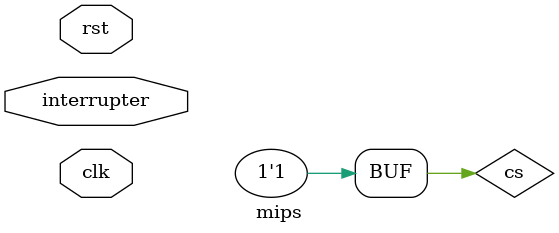
<source format=v>
`include "define.vh"


/**
 * MIPS CPU wrapper.
 * Author: Zhao, Hongyu  <power_zhy@foxmail.com>
 */
module mips (
	`ifdef DEBUG
	input wire debug_en,  // debug enable
	input wire debug_step,  // debug step clock
	input wire [6:0] debug_addr,  // debug address
	output wire [31:0] debug_data,  // debug data
	`endif
	input wire clk,  // main clock
	input wire rst,  // synchronous reset
	input wire interrupter  // interrupt source, for future use
	);
	
	// instruction signals
	wire inst_ren;
	wire [31:0] inst_addr;
	wire [31:0] inst_data;
	wire inst_stall;
	wire inst_ack;
	wire cs;
	
	// memory signals
	wire mem_ren, mem_wen;
	wire [31:0] mem_addr;
	wire [31:0] mem_data_r;
	wire [31:0] mem_data_w;
	wire mem_stall;
	wire mem_ack;
	
	
	// interrupt signals
	reg interrupt;
	reg interrupt_prev;
	always @(posedge clk) begin
		interrupt_prev <= interrupter;
	end
	always @(posedge clk) begin
		interrupt <= ~interrupt_prev & interrupter;
	end
	
	assign cs = 1;
	
	// mips core
	mips_core MIPS_CORE (
		.clk(clk),
		.rst(rst),
		.interrupt(interrupt),
		`ifdef DEBUG
		.debug_en(debug_en),
		.debug_step(debug_step),
		.debug_addr(debug_addr),
		.debug_data(debug_data),
		`endif
		.inst_ren(inst_ren),
		.inst_addr(inst_addr),
		.inst_data(inst_data),
		.mem_ren(mem_ren),
		.mem_wen(mem_wen),
		.mem_addr(mem_addr),
		.mem_dout(mem_data_w),
		.mem_din(mem_data_r),
		
		.inst_stall(inst_stall),
		.mem_stall(mem_stall)
		
		);
	
	inst_rom INST_ROM (
		.clk(clk),
		.rst(rst),
		.ren(inst_ren),
		.cs(cs),
		.addr({2'b0, inst_addr[31:2]}),
		//.addr(inst_addr),
		.dout(inst_data),
		.stall(inst_stall),
		.ack(inst_ack)
		);
	
	data_ram DATA_RAM (
		.clk(clk),
		.rst(rst),
		.we(mem_wen),
		.ren(mem_ren),
		.cs(cs),
		.addr({2'b0, mem_addr[31:2]}),
		//.addr(mem_addr),
		.din(mem_data_w),
		.dout(mem_data_r),
		
		.stall(mem_stall),
		.ack(mem_ack)
		);
	
endmodule

</source>
